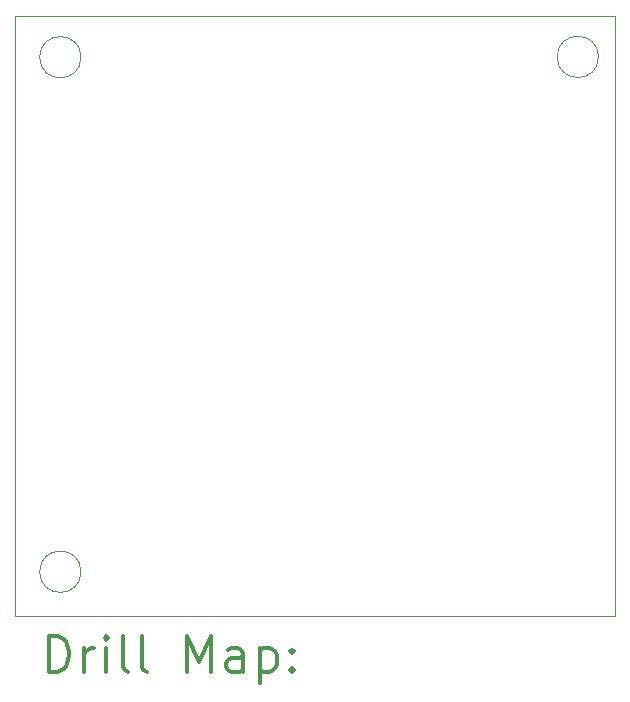
<source format=gbr>
%FSLAX45Y45*%
G04 Gerber Fmt 4.5, Leading zero omitted, Abs format (unit mm)*
G04 Created by KiCad (PCBNEW (5.1.5)-3) date 2023-03-15 23:12:14*
%MOMM*%
%LPD*%
G04 APERTURE LIST*
%TA.AperFunction,Profile*%
%ADD10C,0.050000*%
%TD*%
%ADD11C,0.200000*%
%ADD12C,0.300000*%
G04 APERTURE END LIST*
D10*
X14526000Y-7965700D02*
G75*
G03X14526000Y-7965700I-175000J0D01*
G01*
X14526000Y-12321800D02*
G75*
G03X14526000Y-12321800I-175000J0D01*
G01*
X18907500Y-7962900D02*
G75*
G03X18907500Y-7962900I-175000J0D01*
G01*
X13970000Y-7620000D02*
X13970000Y-12700000D01*
X19050000Y-7620000D02*
X13970000Y-7620000D01*
X19050000Y-12700000D02*
X19050000Y-7620000D01*
X13970000Y-12700000D02*
X19050000Y-12700000D01*
D11*
D12*
X14253928Y-13168214D02*
X14253928Y-12868214D01*
X14325357Y-12868214D01*
X14368214Y-12882500D01*
X14396786Y-12911071D01*
X14411071Y-12939643D01*
X14425357Y-12996786D01*
X14425357Y-13039643D01*
X14411071Y-13096786D01*
X14396786Y-13125357D01*
X14368214Y-13153929D01*
X14325357Y-13168214D01*
X14253928Y-13168214D01*
X14553928Y-13168214D02*
X14553928Y-12968214D01*
X14553928Y-13025357D02*
X14568214Y-12996786D01*
X14582500Y-12982500D01*
X14611071Y-12968214D01*
X14639643Y-12968214D01*
X14739643Y-13168214D02*
X14739643Y-12968214D01*
X14739643Y-12868214D02*
X14725357Y-12882500D01*
X14739643Y-12896786D01*
X14753928Y-12882500D01*
X14739643Y-12868214D01*
X14739643Y-12896786D01*
X14925357Y-13168214D02*
X14896786Y-13153929D01*
X14882500Y-13125357D01*
X14882500Y-12868214D01*
X15082500Y-13168214D02*
X15053928Y-13153929D01*
X15039643Y-13125357D01*
X15039643Y-12868214D01*
X15425357Y-13168214D02*
X15425357Y-12868214D01*
X15525357Y-13082500D01*
X15625357Y-12868214D01*
X15625357Y-13168214D01*
X15896786Y-13168214D02*
X15896786Y-13011071D01*
X15882500Y-12982500D01*
X15853928Y-12968214D01*
X15796786Y-12968214D01*
X15768214Y-12982500D01*
X15896786Y-13153929D02*
X15868214Y-13168214D01*
X15796786Y-13168214D01*
X15768214Y-13153929D01*
X15753928Y-13125357D01*
X15753928Y-13096786D01*
X15768214Y-13068214D01*
X15796786Y-13053929D01*
X15868214Y-13053929D01*
X15896786Y-13039643D01*
X16039643Y-12968214D02*
X16039643Y-13268214D01*
X16039643Y-12982500D02*
X16068214Y-12968214D01*
X16125357Y-12968214D01*
X16153928Y-12982500D01*
X16168214Y-12996786D01*
X16182500Y-13025357D01*
X16182500Y-13111071D01*
X16168214Y-13139643D01*
X16153928Y-13153929D01*
X16125357Y-13168214D01*
X16068214Y-13168214D01*
X16039643Y-13153929D01*
X16311071Y-13139643D02*
X16325357Y-13153929D01*
X16311071Y-13168214D01*
X16296786Y-13153929D01*
X16311071Y-13139643D01*
X16311071Y-13168214D01*
X16311071Y-12982500D02*
X16325357Y-12996786D01*
X16311071Y-13011071D01*
X16296786Y-12996786D01*
X16311071Y-12982500D01*
X16311071Y-13011071D01*
M02*

</source>
